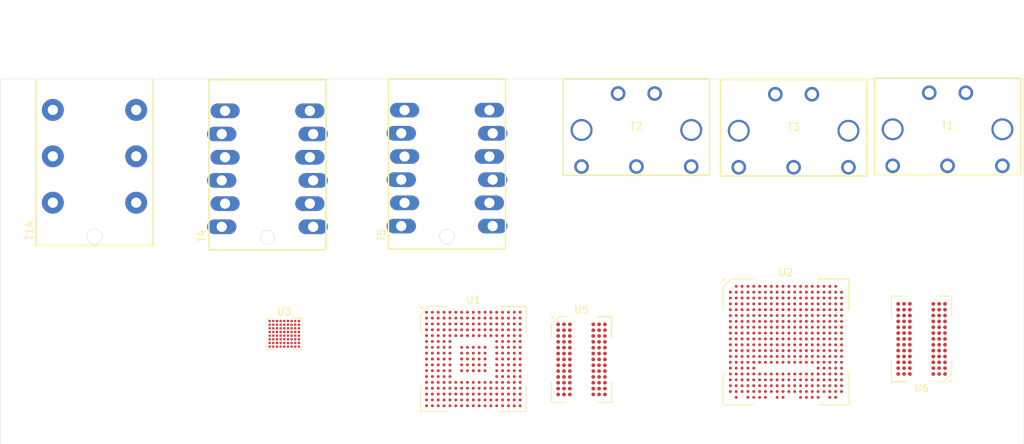
<source format=kicad_pcb>
(kicad_pcb (version 20221018) (generator pcbnew)
  (layers (0 "F.Cu" signal) (31 "B.Cu" signal) (34 "B.Paste" user) (35 "F.Paste" user) (36 "B.SilkS" user "B.Silkscreen") (37 "F.SilkS" user "F.Silkscreen") (38 "B.Mask" user) (39 "F.Mask" user) (44 "Edge.Cuts" user))
  (net 0 "")
  (net 1 "Net-(T1-Pad5)")
  (net 2 "Net-(T1-Pad4)")
  (net 3 "Net-(T1-Pad2)")
  (net 4 "Net-(T1-Pad3)")
  (net 5 "Net-(T1-Pad1)")
  (net 6 "Net-(T2-Pad5)")
  (net 7 "Net-(T2-Pad4)")
  (net 8 "Net-(T2-Pad2)")
  (net 9 "Net-(T2-Pad3)")
  (net 10 "Net-(T2-Pad1)")
  (net 11 "Net-(T3-Pad5)")
  (net 12 "Net-(T3-Pad4)")
  (net 13 "Net-(T3-Pad2)")
  (net 14 "Net-(T3-Pad3)")
  (net 15 "Net-(T3-Pad1)")
  (net 16 "Net-(T14-Pad6)")
  (net 17 "Net-(T14-Pad5)")
  (net 18 "Net-(T14-Pad4)")
  (net 19 "Net-(T14-Pad3)")
  (net 20 "Net-(T14-Pad2)")
  (net 21 "Net-(T14-Pad1)")
  (net 22 "Net-(U1-PadU17)")
  (net 23 "Net-(U1-PadT17)")
  (net 24 "Net-(U1-PadR17)")
  (net 25 "Net-(U1-PadP17)")
  (net 26 "Net-(U1-PadN17)")
  (net 27 "Net-(U1-PadM17)")
  (net 28 "Net-(U1-PadL17)")
  (net 29 "Net-(U1-PadK17)")
  (net 30 "Net-(U1-PadJ17)")
  (net 31 "Net-(U1-PadH17)")
  (net 32 "Net-(U1-PadG17)")
  (net 33 "Net-(U1-PadF17)")
  (net 34 "Net-(U1-PadE17)")
  (net 35 "Net-(U1-PadD17)")
  (net 36 "Net-(U1-PadC17)")
  (net 37 "Net-(U1-PadB17)")
  (net 38 "Net-(U1-PadA17)")
  (net 39 "Net-(U1-PadU16)")
  (net 40 "Net-(U1-PadT16)")
  (net 41 "Net-(U1-PadR16)")
  (net 42 "Net-(U1-PadP16)")
  (net 43 "Net-(U1-PadN16)")
  (net 44 "Net-(U1-PadM16)")
  (net 45 "Net-(U1-PadL16)")
  (net 46 "Net-(U1-PadK16)")
  (net 47 "Net-(U1-PadJ16)")
  (net 48 "Net-(U1-PadH16)")
  (net 49 "Net-(U1-PadG16)")
  (net 50 "Net-(U1-PadF16)")
  (net 51 "Net-(U1-PadE16)")
  (net 52 "Net-(U1-PadD16)")
  (net 53 "Net-(U1-PadC16)")
  (net 54 "Net-(U1-PadB16)")
  (net 55 "Net-(U1-PadA16)")
  (net 56 "Net-(U1-PadU15)")
  (net 57 "Net-(U1-PadT15)")
  (net 58 "Net-(U1-PadR15)")
  (net 59 "Net-(U1-PadP15)")
  (net 60 "Net-(U1-PadN15)")
  (net 61 "Net-(U1-PadM15)")
  (net 62 "Net-(U1-PadL15)")
  (net 63 "Net-(U1-PadK15)")
  (net 64 "Net-(U1-PadJ15)")
  (net 65 "Net-(U1-PadH15)")
  (net 66 "Net-(U1-PadG15)")
  (net 67 "Net-(U1-PadF15)")
  (net 68 "Net-(U1-PadE15)")
  (net 69 "Net-(U1-PadD15)")
  (net 70 "Net-(U1-PadC15)")
  (net 71 "Net-(U1-PadB15)")
  (net 72 "Net-(U1-PadA15)")
  (net 73 "Net-(U1-PadU14)")
  (net 74 "Net-(U1-PadT14)")
  (net 75 "Net-(U1-PadR14)")
  (net 76 "Net-(U1-PadP14)")
  (net 77 "Net-(U1-PadN14)")
  (net 78 "Net-(U1-PadM14)")
  (net 79 "Net-(U1-PadL14)")
  (net 80 "Net-(U1-PadK14)")
  (net 81 "Net-(U1-PadJ14)")
  (net 82 "Net-(U1-PadH14)")
  (net 83 "Net-(U1-PadG14)")
  (net 84 "Net-(U1-PadF14)")
  (net 85 "Net-(U1-PadE14)")
  (net 86 "Net-(U1-PadD14)")
  (net 87 "Net-(U1-PadC14)")
  (net 88 "Net-(U1-PadB14)")
  (net 89 "Net-(U1-PadA14)")
  (net 90 "Net-(U1-PadU13)")
  (net 91 "Net-(U1-PadT13)")
  (net 92 "Net-(U1-PadR13)")
  (net 93 "Net-(U1-PadP13)")
  (net 94 "Net-(U1-PadN13)")
  (net 95 "Net-(U1-PadM13)")
  (net 96 "Net-(U1-PadL13)")
  (net 97 "Net-(U1-PadK13)")
  (net 98 "Net-(U1-PadJ13)")
  (net 99 "Net-(U1-PadH13)")
  (net 100 "Net-(U1-PadG13)")
  (net 101 "Net-(U1-PadF13)")
  (net 102 "Net-(U1-PadE13)")
  (net 103 "Net-(U1-PadD13)")
  (net 104 "Net-(U1-PadC13)")
  (net 105 "Net-(U1-PadB13)")
  (net 106 "Net-(U1-PadA13)")
  (net 107 "Net-(U1-PadU12)")
  (net 108 "Net-(U1-PadT12)")
  (net 109 "Net-(U1-PadR12)")
  (net 110 "Net-(U1-PadP12)")
  (net 111 "Net-(U1-PadN12)")
  (net 112 "Net-(U1-PadE12)")
  (net 113 "Net-(U1-PadD12)")
  (net 114 "Net-(U1-PadC12)")
  (net 115 "Net-(U1-PadB12)")
  (net 116 "Net-(U1-PadA12)")
  (net 117 "Net-(U1-PadU11)")
  (net 118 "Net-(U1-PadT11)")
  (net 119 "Net-(U1-PadR11)")
  (net 120 "Net-(U1-PadP11)")
  (net 121 "Net-(U1-PadN11)")
  (net 122 "Net-(U1-PadL11)")
  (net 123 "Net-(U1-PadK11)")
  (net 124 "Net-(U1-PadJ11)")
  (net 125 "Net-(U1-PadH11)")
  (net 126 "Net-(U1-PadG11)")
  (net 127 "Net-(U1-PadE11)")
  (net 128 "Net-(U1-PadD11)")
  (net 129 "Net-(U1-PadC11)")
  (net 130 "Net-(U1-PadB11)")
  (net 131 "Net-(U1-PadA11)")
  (net 132 "Net-(U1-PadU10)")
  (net 133 "Net-(U1-PadT10)")
  (net 134 "Net-(U1-PadR10)")
  (net 135 "Net-(U1-PadP10)")
  (net 136 "Net-(U1-PadN10)")
  (net 137 "Net-(U1-PadL10)")
  (net 138 "Net-(U1-PadK10)")
  (net 139 "Net-(U1-PadJ10)")
  (net 140 "Net-(U1-PadH10)")
  (net 141 "Net-(U1-PadG10)")
  (net 142 "Net-(U1-PadE10)")
  (net 143 "Net-(U1-PadD10)")
  (net 144 "Net-(U1-PadC10)")
  (net 145 "Net-(U1-PadB10)")
  (net 146 "Net-(U1-PadA10)")
  (net 147 "Net-(U1-PadU9)")
  (net 148 "Net-(U1-PadT9)")
  (net 149 "Net-(U1-PadR9)")
  (net 150 "Net-(U1-PadP9)")
  (net 151 "Net-(U1-PadN9)")
  (net 152 "Net-(U1-PadL9)")
  (net 153 "Net-(U1-PadK9)")
  (net 154 "Net-(U1-PadJ9)")
  (net 155 "Net-(U1-PadG9)")
  (net 156 "Net-(U1-PadE9)")
  (net 157 "Net-(U1-PadD9)")
  (net 158 "Net-(U1-PadC9)")
  (net 159 "Net-(U1-PadB9)")
  (net 160 "Net-(U1-PadA9)")
  (net 161 "Net-(U1-PadU8)")
  (net 162 "Net-(U1-PadT8)")
  (net 163 "Net-(U1-PadR8)")
  (net 164 "Net-(U1-PadP8)")
  (net 165 "Net-(U1-PadN8)")
  (net 166 "Net-(U1-PadL8)")
  (net 167 "Net-(U1-PadK8)")
  (net 168 "Net-(U1-PadJ8)")
  (net 169 "Net-(U1-PadH8)")
  (net 170 "Net-(U1-PadG8)")
  (net 171 "Net-(U1-PadE8)")
  (net 172 "Net-(U1-PadD8)")
  (net 173 "Net-(U1-PadC8)")
  (net 174 "Net-(U1-PadB8)")
  (net 175 "Net-(U1-PadA8)")
  (net 176 "Net-(U1-PadU7)")
  (net 177 "Net-(U1-PadT7)")
  (net 178 "Net-(U1-PadR7)")
  (net 179 "Net-(U1-PadP7)")
  (net 180 "Net-(U1-PadN7)")
  (net 181 "Net-(U1-PadL7)")
  (net 182 "Net-(U1-PadK7)")
  (net 183 "Net-(U1-PadJ7)")
  (net 184 "Net-(U1-PadH7)")
  (net 185 "Net-(U1-PadG7)")
  (net 186 "Net-(U1-PadE7)")
  (net 187 "Net-(U1-PadD7)")
  (net 188 "Net-(U1-PadC7)")
  (net 189 "Net-(U1-PadB7)")
  (net 190 "Net-(U1-PadA7)")
  (net 191 "Net-(U1-PadU6)")
  (net 192 "Net-(U1-PadT6)")
  (net 193 "Net-(U1-PadR6)")
  (net 194 "Net-(U1-PadP6)")
  (net 195 "Net-(U1-PadN6)")
  (net 196 "Net-(U1-PadE6)")
  (net 197 "Net-(U1-PadD6)")
  (net 198 "Net-(U1-PadC6)")
  (net 199 "Net-(U1-PadB6)")
  (net 200 "Net-(U1-PadA6)")
  (net 201 "Net-(U1-PadU5)")
  (net 202 "Net-(U1-PadT5)")
  (net 203 "Net-(U1-PadR5)")
  (net 204 "Net-(U1-PadP5)")
  (net 205 "Net-(U1-PadN5)")
  (net 206 "Net-(U1-PadM5)")
  (net 207 "Net-(U1-PadL5)")
  (net 208 "Net-(U1-PadK5)")
  (net 209 "Net-(U1-PadJ5)")
  (net 210 "Net-(U1-PadH5)")
  (net 211 "Net-(U1-PadG5)")
  (net 212 "Net-(U1-PadF5)")
  (net 213 "Net-(U1-PadE5)")
  (net 214 "Net-(U1-PadD5)")
  (net 215 "Net-(U1-PadC5)")
  (net 216 "Net-(U1-PadB5)")
  (net 217 "Net-(U1-PadA5)")
  (net 218 "Net-(U1-PadU4)")
  (net 219 "Net-(U1-PadT4)")
  (net 220 "Net-(U1-PadR4)")
  (net 221 "Net-(U1-PadP4)")
  (net 222 "Net-(U1-PadN4)")
  (net 223 "Net-(U1-PadM4)")
  (net 224 "Net-(U1-PadL4)")
  (net 225 "Net-(U1-PadK4)")
  (net 226 "Net-(U1-PadJ4)")
  (net 227 "Net-(U1-PadH4)")
  (net 228 "Net-(U1-PadG4)")
  (net 229 "Net-(U1-PadF4)")
  (net 230 "Net-(U1-PadE4)")
  (net 231 "Net-(U1-PadD4)")
  (net 232 "Net-(U1-PadC4)")
  (net 233 "Net-(U1-PadB4)")
  (net 234 "Net-(U1-PadA4)")
  (net 235 "Net-(U1-PadU3)")
  (net 236 "Net-(U1-PadT3)")
  (net 237 "Net-(U1-PadR3)")
  (net 238 "Net-(U1-PadP3)")
  (net 239 "Net-(U1-PadN3)")
  (net 240 "Net-(U1-PadM3)")
  (net 241 "Net-(U1-PadL3)")
  (net 242 "Net-(U1-PadK3)")
  (net 243 "Net-(U1-PadJ3)")
  (net 244 "Net-(U1-PadH3)")
  (net 245 "Net-(U1-PadG3)")
  (net 246 "Net-(U1-PadF3)")
  (net 247 "Net-(U1-PadE3)")
  (net 248 "Net-(U1-PadD3)")
  (net 249 "Net-(U1-PadC3)")
  (net 250 "Net-(U1-PadB3)")
  (net 251 "Net-(U1-PadA3)")
  (net 252 "Net-(U1-PadU2)")
  (net 253 "Net-(U1-PadT2)")
  (net 254 "Net-(U1-PadR2)")
  (net 255 "Net-(U1-PadP2)")
  (net 256 "Net-(U1-PadN2)")
  (net 257 "Net-(U1-PadM2)")
  (net 258 "Net-(U1-PadL2)")
  (net 259 "Net-(U1-PadK2)")
  (net 260 "Net-(U1-PadJ2)")
  (net 261 "Net-(U1-PadH2)")
  (net 262 "Net-(U1-PadG2)")
  (net 263 "Net-(U1-PadF2)")
  (net 264 "Net-(U1-PadE2)")
  (net 265 "Net-(U1-PadD2)")
  (net 266 "Net-(U1-PadC2)")
  (net 267 "Net-(U1-PadB2)")
  (net 268 "Net-(U1-PadA2)")
  (net 269 "Net-(U1-PadU1)")
  (net 270 "Net-(U1-PadT1)")
  (net 271 "Net-(U1-PadR1)")
  (net 272 "Net-(U1-PadP1)")
  (net 273 "Net-(U1-PadN1)")
  (net 274 "Net-(U1-PadM1)")
  (net 275 "Net-(U1-PadL1)")
  (net 276 "Net-(U1-PadK1)")
  (net 277 "Net-(U1-PadJ1)")
  (net 278 "Net-(U1-PadH1)")
  (net 279 "Net-(U1-PadG1)")
  (net 280 "Net-(U1-PadF1)")
  (net 281 "Net-(U1-PadE1)")
  (net 282 "Net-(U1-PadD1)")
  (net 283 "Net-(U1-PadC1)")
  (net 284 "Net-(U1-PadB1)")
  (net 285 "Net-(U1-PadA1)")
  (net 286 "Net-(U2-PadW20)")
  (net 287 "Net-(U2-PadV20)")
  (net 288 "Net-(U2-PadU20)")
  (net 289 "Net-(U2-PadT20)")
  (net 290 "Net-(U2-PadR20)")
  (net 291 "Net-(U2-PadP20)")
  (net 292 "Net-(U2-PadN20)")
  (net 293 "Net-(U2-PadM20)")
  (net 294 "Net-(U2-PadL20)")
  (net 295 "Net-(U2-PadK20)")
  (net 296 "Net-(U2-PadJ20)")
  (net 297 "Net-(U2-PadH20)")
  (net 298 "Net-(U2-PadG20)")
  (net 299 "Net-(U2-PadF20)")
  (net 300 "Net-(U2-PadE20)")
  (net 301 "Net-(U2-PadD20)")
  (net 302 "Net-(U2-PadC20)")
  (net 303 "Net-(U2-PadB20)")
  (net 304 "Net-(U2-PadY19)")
  (net 305 "Net-(U2-PadW19)")
  (net 306 "Net-(U2-PadV19)")
  (net 307 "Net-(U2-PadU19)")
  (net 308 "Net-(U2-PadT19)")
  (net 309 "Net-(U2-PadR19)")
  (net 310 "Net-(U2-PadP19)")
  (net 311 "Net-(U2-PadN19)")
  (net 312 "Net-(U2-PadM19)")
  (net 313 "Net-(U2-PadL19)")
  (net 314 "Net-(U2-PadK19)")
  (net 315 "Net-(U2-PadJ19)")
  (net 316 "Net-(U2-PadH19)")
  (net 317 "Net-(U2-PadG19)")
  (net 318 "Net-(U2-PadF19)")
  (net 319 "Net-(U2-PadE19)")
  (net 320 "Net-(U2-PadD19)")
  (net 321 "Net-(U2-PadC19)")
  (net 322 "Net-(U2-PadB19)")
  (net 323 "Net-(U2-PadA19)")
  (net 324 "Net-(U2-PadW18)")
  (net 325 "Net-(U2-PadV18)")
  (net 326 "Net-(U2-PadU18)")
  (net 327 "Net-(U2-PadT18)")
  (net 328 "Net-(U2-PadR18)")
  (net 329 "Net-(U2-PadP18)")
  (net 330 "Net-(U2-PadN18)")
  (net 331 "Net-(U2-PadM18)")
  (net 332 "Net-(U2-PadL18)")
  (net 333 "Net-(U2-PadK18)")
  (net 334 "Net-(U2-PadJ18)")
  (net 335 "Net-(U2-PadH18)")
  (net 336 "Net-(U2-PadG18)")
  (net 337 "Net-(U2-PadF18)")
  (net 338 "Net-(U2-PadE18)")
  (net 339 "Net-(U2-PadD18)")
  (net 340 "Net-(U2-PadC18)")
  (net 341 "Net-(U2-PadB18)")
  (net 342 "Net-(U2-PadA18)")
  (net 343 "Net-(U2-PadW17)")
  (net 344 "Net-(U2-PadV17)")
  (net 345 "Net-(U2-PadU17)")
  (net 346 "Net-(U2-PadT17)")
  (net 347 "Net-(U2-PadR17)")
  (net 348 "Net-(U2-PadP17)")
  (net 349 "Net-(U2-PadN17)")
  (net 350 "Net-(U2-PadM17)")
  (net 351 "Net-(U2-PadL17)")
  (net 352 "Net-(U2-PadK17)")
  (net 353 "Net-(U2-PadJ17)")
  (net 354 "Net-(U2-PadH17)")
  (net 355 "Net-(U2-PadG17)")
  (net 356 "Net-(U2-PadF17)")
  (net 357 "Net-(U2-PadE17)")
  (net 358 "Net-(U2-PadD17)")
  (net 359 "Net-(U2-PadC17)")
  (net 360 "Net-(U2-PadB17)")
  (net 361 "Net-(U2-PadA17)")
  (net 362 "Net-(U2-PadY16)")
  (net 363 "Net-(U2-PadW16)")
  (net 364 "Net-(U2-PadV16)")
  (net 365 "Net-(U2-PadU16)")
  (net 366 "Net-(U2-PadT16)")
  (net 367 "Net-(U2-PadR16)")
  (net 368 "Net-(U2-PadP16)")
  (net 369 "Net-(U2-PadN16)")
  (net 370 "Net-(U2-PadM16)")
  (net 371 "Net-(U2-PadL16)")
  (net 372 "Net-(U2-PadK16)")
  (net 373 "Net-(U2-PadJ16)")
  (net 374 "Net-(U2-PadH16)")
  (net 375 "Net-(U2-PadG16)")
  (net 376 "Net-(U2-PadF16)")
  (net 377 "Net-(U2-PadE16)")
  (net 378 "Net-(U2-PadD16)")
  (net 379 "Net-(U2-PadC16)")
  (net 380 "Net-(U2-PadB16)")
  (net 381 "Net-(U2-PadA16)")
  (net 382 "Net-(U2-PadY15)")
  (net 383 "Net-(U2-PadW15)")
  (net 384 "Net-(U2-PadV15)")
  (net 385 "Net-(U2-PadU15)")
  (net 386 "Net-(U2-PadT15)")
  (net 387 "Net-(U2-PadP15)")
  (net 388 "Net-(U2-PadN15)")
  (net 389 "Net-(U2-PadM15)")
  (net 390 "Net-(U2-PadL15)")
  (net 391 "Net-(U2-PadK15)")
  (net 392 "Net-(U2-PadJ15)")
  (net 393 "Net-(U2-PadH15)")
  (net 394 "Net-(U2-PadG15)")
  (net 395 "Net-(U2-PadF15)")
  (net 396 "Net-(U2-PadE15)")
  (net 397 "Net-(U2-PadD15)")
  (net 398 "Net-(U2-PadC15)")
  (net 399 "Net-(U2-PadB15)")
  (net 400 "Net-(U2-PadA15)")
  (net 401 "Net-(U2-PadY14)")
  (net 402 "Net-(U2-PadW14)")
  (net 403 "Net-(U2-PadV14)")
  (net 404 "Net-(U2-PadU14)")
  (net 405 "Net-(U2-PadT14)")
  (net 406 "Net-(U2-PadP14)")
  (net 407 "Net-(U2-PadN14)")
  (net 408 "Net-(U2-PadM14)")
  (net 409 "Net-(U2-PadL14)")
  (net 410 "Net-(U2-PadK14)")
  (net 411 "Net-(U2-PadJ14)")
  (net 412 "Net-(U2-PadH14)")
  (net 413 "Net-(U2-PadG14)")
  (net 414 "Net-(U2-PadF14)")
  (net 415 "Net-(U2-PadE14)")
  (net 416 "Net-(U2-PadD14)")
  (net 417 "Net-(U2-PadC14)")
  (net 418 "Net-(U2-PadB14)")
  (net 419 "Net-(U2-PadA14)")
  (net 420 "Net-(U2-PadW13)")
  (net 421 "Net-(U2-PadV13)")
  (net 422 "Net-(U2-PadU13)")
  (net 423 "Net-(U2-PadT13)")
  (net 424 "Net-(U2-PadP13)")
  (net 425 "Net-(U2-PadN13)")
  (net 426 "Net-(U2-PadM13)")
  (net 427 "Net-(U2-PadL13)")
  (net 428 "Net-(U2-PadK13)")
  (net 429 "Net-(U2-PadJ13)")
  (net 430 "Net-(U2-PadH13)")
  (net 431 "Net-(U2-PadG13)")
  (net 432 "Net-(U2-PadF13)")
  (net 433 "Net-(U2-PadE13)")
  (net 434 "Net-(U2-PadD13)")
  (net 435 "Net-(U2-PadC13)")
  (net 436 "Net-(U2-PadB13)")
  (net 437 "Net-(U2-PadA13)")
  (net 438 "Net-(U2-PadW12)")
  (net 439 "Net-(U2-PadV12)")
  (net 440 "Net-(U2-PadU12)")
  (net 441 "Net-(U2-PadT12)")
  (net 442 "Net-(U2-PadP12)")
  (net 443 "Net-(U2-PadN12)")
  (net 444 "Net-(U2-PadM12)")
  (net 445 "Net-(U2-PadL12)")
  (net 446 "Net-(U2-PadK12)")
  (net 447 "Net-(U2-PadJ12)")
  (net 448 "Net-(U2-PadH12)")
  (net 449 "Net-(U2-PadG12)")
  (net 450 "Net-(U2-PadF12)")
  (net 451 "Net-(U2-PadE12)")
  (net 452 "Net-(U2-PadD12)")
  (net 453 "Net-(U2-PadC12)")
  (net 454 "Net-(U2-PadB12)")
  (net 455 "Net-(U2-PadA12)")
  (net 456 "Net-(U2-PadW11)")
  (net 457 "Net-(U2-PadV11)")
  (net 458 "Net-(U2-PadU11)")
  (net 459 "Net-(U2-PadT11)")
  (net 460 "Net-(U2-PadP11)")
  (net 461 "Net-(U2-PadN11)")
  (net 462 "Net-(U2-PadM11)")
  (net 463 "Net-(U2-PadL11)")
  (net 464 "Net-(U2-PadK11)")
  (net 465 "Net-(U2-PadJ11)")
  (net 466 "Net-(U2-PadH11)")
  (net 467 "Net-(U2-PadG11)")
  (net 468 "Net-(U2-PadF11)")
  (net 469 "Net-(U2-PadE11)")
  (net 470 "Net-(U2-PadD11)")
  (net 471 "Net-(U2-PadC11)")
  (net 472 "Net-(U2-PadB11)")
  (net 473 "Net-(U2-PadA11)")
  (net 474 "Net-(U2-PadW10)")
  (net 475 "Net-(U2-PadV10)")
  (net 476 "Net-(U2-PadU10)")
  (net 477 "Net-(U2-PadT10)")
  (net 478 "Net-(U2-PadP10)")
  (net 479 "Net-(U2-PadN10)")
  (net 480 "Net-(U2-PadM10)")
  (net 481 "Net-(U2-PadL10)")
  (net 482 "Net-(U2-PadK10)")
  (net 483 "Net-(U2-PadJ10)")
  (net 484 "Net-(U2-PadH10)")
  (net 485 "Net-(U2-PadG10)")
  (net 486 "Net-(U2-PadF10)")
  (net 487 "Net-(U2-PadE10)")
  (net 488 "Net-(U2-PadD10)")
  (net 489 "Net-(U2-PadC10)")
  (net 490 "Net-(U2-PadB10)")
  (net 491 "Net-(U2-PadA10)")
  (net 492 "Net-(U2-PadW9)")
  (net 493 "Net-(U2-PadV9)")
  (net 494 "Net-(U2-PadU9)")
  (net 495 "Net-(U2-PadT9)")
  (net 496 "Net-(U2-PadP9)")
  (net 497 "Net-(U2-PadN9)")
  (net 498 "Net-(U2-PadM9)")
  (net 499 "Net-(U2-PadL9)")
  (net 500 "Net-(U2-PadK9)")
  (net 501 "Net-(U2-PadJ9)")
  (net 502 "Net-(U2-PadH9)")
  (net 503 "Net-(U2-PadG9)")
  (net 504 "Net-(U2-PadF9)")
  (net 505 "Net-(U2-PadE9)")
  (net 506 "Net-(U2-PadD9)")
  (net 507 "Net-(U2-PadC9)")
  (net 508 "Net-(U2-PadB9)")
  (net 509 "Net-(U2-PadA9)")
  (net 510 "Net-(U2-PadW8)")
  (net 511 "Net-(U2-PadV8)")
  (net 512 "Net-(U2-PadU8)")
  (net 513 "Net-(U2-PadT8)")
  (net 514 "Net-(U2-PadP8)")
  (net 515 "Net-(U2-PadN8)")
  (net 516 "Net-(U2-PadM8)")
  (net 517 "Net-(U2-PadL8)")
  (net 518 "Net-(U2-PadK8)")
  (net 519 "Net-(U2-PadJ8)")
  (net 520 "Net-(U2-PadH8)")
  (net 521 "Net-(U2-PadG8)")
  (net 522 "Net-(U2-PadF8)")
  (net 523 "Net-(U2-PadE8)")
  (net 524 "Net-(U2-PadD8)")
  (net 525 "Net-(U2-PadC8)")
  (net 526 "Net-(U2-PadB8)")
  (net 527 "Net-(U2-PadA8)")
  (net 528 "Net-(U2-PadY7)")
  (net 529 "Net-(U2-PadW7)")
  (net 530 "Net-(U2-PadV7)")
  (net 531 "Net-(U2-PadU7)")
  (net 532 "Net-(U2-PadT7)")
  (net 533 "Net-(U2-PadP7)")
  (net 534 "Net-(U2-PadN7)")
  (net 535 "Net-(U2-PadM7)")
  (net 536 "Net-(U2-PadL7)")
  (net 537 "Net-(U2-PadK7)")
  (net 538 "Net-(U2-PadJ7)")
  (net 539 "Net-(U2-PadH7)")
  (net 540 "Net-(U2-PadG7)")
  (net 541 "Net-(U2-PadF7)")
  (net 542 "Net-(U2-PadE7)")
  (net 543 "Net-(U2-PadD7)")
  (net 544 "Net-(U2-PadC7)")
  (net 545 "Net-(U2-PadB7)")
  (net 546 "Net-(U2-PadA7)")
  (net 547 "Net-(U2-PadY6)")
  (net 548 "Net-(U2-PadW6)")
  (net 549 "Net-(U2-PadV6)")
  (net 550 "Net-(U2-PadU6)")
  (net 551 "Net-(U2-PadT6)")
  (net 552 "Net-(U2-PadP6)")
  (net 553 "Net-(U2-PadN6)")
  (net 554 "Net-(U2-PadM6)")
  (net 555 "Net-(U2-PadL6)")
  (net 556 "Net-(U2-PadK6)")
  (net 557 "Net-(U2-PadJ6)")
  (net 558 "Net-(U2-PadH6)")
  (net 559 "Net-(U2-PadG6)")
  (net 560 "Net-(U2-PadF6)")
  (net 561 "Net-(U2-PadE6)")
  (net 562 "Net-(U2-PadD6)")
  (net 563 "Net-(U2-PadC6)")
  (net 564 "Net-(U2-PadB6)")
  (net 565 "Net-(U2-PadA6)")
  (net 566 "Net-(U2-PadY5)")
  (net 567 "Net-(U2-PadW5)")
  (net 568 "Net-(U2-PadV5)")
  (net 569 "Net-(U2-PadU5)")
  (net 570 "Net-(U2-PadT5)")
  (net 571 "Net-(U2-PadR5)")
  (net 572 "Net-(U2-PadP5)")
  (net 573 "Net-(U2-PadN5)")
  (net 574 "Net-(U2-PadM5)")
  (net 575 "Net-(U2-PadL5)")
  (net 576 "Net-(U2-PadK5)")
  (net 577 "Net-(U2-PadJ5)")
  (net 578 "Net-(U2-PadH5)")
  (net 579 "Net-(U2-PadG5)")
  (net 580 "Net-(U2-PadF5)")
  (net 581 "Net-(U2-PadE5)")
  (net 582 "Net-(U2-PadD5)")
  (net 583 "Net-(U2-PadC5)")
  (net 584 "Net-(U2-PadB5)")
  (net 585 "Net-(U2-PadA5)")
  (net 586 "Net-(U2-PadW4)")
  (net 587 "Net-(U2-PadV4)")
  (net 588 "Net-(U2-PadU4)")
  (net 589 "Net-(U2-PadT4)")
  (net 590 "Net-(U2-PadR4)")
  (net 591 "Net-(U2-PadP4)")
  (net 592 "Net-(U2-PadN4)")
  (net 593 "Net-(U2-PadM4)")
  (net 594 "Net-(U2-PadL4)")
  (net 595 "Net-(U2-PadK4)")
  (net 596 "Net-(U2-PadJ4)")
  (net 597 "Net-(U2-PadH4)")
  (net 598 "Net-(U2-PadG4)")
  (net 599 "Net-(U2-PadF4)")
  (net 600 "Net-(U2-PadE4)")
  (net 601 "Net-(U2-PadD4)")
  (net 602 "Net-(U2-PadC4)")
  (net 603 "Net-(U2-PadB4)")
  (net 604 "Net-(U2-PadA4)")
  (net 605 "Net-(U2-PadW3)")
  (net 606 "Net-(U2-PadV3)")
  (net 607 "Net-(U2-PadU3)")
  (net 608 "Net-(U2-PadT3)")
  (net 609 "Net-(U2-PadR3)")
  (net 610 "Net-(U2-PadP3)")
  (net 611 "Net-(U2-PadN3)")
  (net 612 "Net-(U2-PadM3)")
  (net 613 "Net-(U2-PadL3)")
  (net 614 "Net-(U2-PadK3)")
  (net 615 "Net-(U2-PadJ3)")
  (net 616 "Net-(U2-PadH3)")
  (net 617 "Net-(U2-PadG3)")
  (net 618 "Net-(U2-PadF3)")
  (net 619 "Net-(U2-PadE3)")
  (net 620 "Net-(U2-PadD3)")
  (net 621 "Net-(U2-PadC3)")
  (net 622 "Net-(U2-PadB3)")
  (net 623 "Net-(U2-PadA3)")
  (net 624 "Net-(U2-PadY2)")
  (net 625 "Net-(U2-PadW2)")
  (net 626 "Net-(U2-PadV2)")
  (net 627 "Net-(U2-PadU2)")
  (net 628 "Net-(U2-PadT2)")
  (net 629 "Net-(U2-PadR2)")
  (net 630 "Net-(U2-PadP2)")
  (net 631 "Net-(U2-PadN2)")
  (net 632 "Net-(U2-PadM2)")
  (net 633 "Net-(U2-PadL2)")
  (net 634 "Net-(U2-PadK2)")
  (net 635 "Net-(U2-PadJ2)")
  (net 636 "Net-(U2-PadH2)")
  (net 637 "Net-(U2-PadG2)")
  (net 638 "Net-(U2-PadF2)")
  (net 639 "Net-(U2-PadE2)")
  (net 640 "Net-(U2-PadD2)")
  (net 641 "Net-(U2-PadC2)")
  (net 642 "Net-(U2-PadB2)")
  (net 643 "Net-(U2-PadA2)")
  (net 644 "Net-(U2-PadW1)")
  (net 645 "Net-(U2-PadV1)")
  (net 646 "Net-(U2-PadU1)")
  (net 647 "Net-(U2-PadT1)")
  (net 648 "Net-(U2-PadR1)")
  (net 649 "Net-(U2-PadP1)")
  (net 650 "Net-(U2-PadN1)")
  (net 651 "Net-(U2-PadM1)")
  (net 652 "Net-(U2-PadL1)")
  (net 653 "Net-(U2-PadK1)")
  (net 654 "Net-(U2-PadJ1)")
  (net 655 "Net-(U2-PadH1)")
  (net 656 "Net-(U2-PadG1)")
  (net 657 "Net-(U2-PadF1)")
  (net 658 "Net-(U2-PadE1)")
  (net 659 "Net-(U2-PadD1)")
  (net 660 "Net-(U2-PadC1)")
  (net 661 "Net-(U2-PadB1)")
  (net 662 "Net-(U3-PadH9)")
  (net 663 "Net-(U3-PadG9)")
  (net 664 "Net-(U3-PadF9)")
  (net 665 "Net-(U3-PadE9)")
  (net 666 "Net-(U3-PadD9)")
  (net 667 "Net-(U3-PadC9)")
  (net 668 "Net-(U3-PadB9)")
  (net 669 "Net-(U3-PadA9)")
  (net 670 "Net-(U3-PadH8)")
  (net 671 "Net-(U3-PadG8)")
  (net 672 "Net-(U3-PadF8)")
  (net 673 "Net-(U3-PadE8)")
  (net 674 "Net-(U3-PadD8)")
  (net 675 "Net-(U3-PadC8)")
  (net 676 "Net-(U3-PadB8)")
  (net 677 "Net-(U3-PadA8)")
  (net 678 "Net-(U3-PadH7)")
  (net 679 "Net-(U3-PadG7)")
  (net 680 "Net-(U3-PadF7)")
  (net 681 "Net-(U3-PadE7)")
  (net 682 "Net-(U3-PadD7)")
  (net 683 "Net-(U3-PadC7)")
  (net 684 "Net-(U3-PadB7)")
  (net 685 "Net-(U3-PadA7)")
  (net 686 "Net-(U3-PadH6)")
  (net 687 "Net-(U3-PadG6)")
  (net 688 "Net-(U3-PadF6)")
  (net 689 "Net-(U3-PadE6)")
  (net 690 "Net-(U3-PadD6)")
  (net 691 "Net-(U3-PadC6)")
  (net 692 "Net-(U3-PadB6)")
  (net 693 "Net-(U3-PadA6)")
  (net 694 "Net-(U3-PadH5)")
  (net 695 "Net-(U3-PadG5)")
  (net 696 "Net-(U3-PadF5)")
  (net 697 "Net-(U3-PadE5)")
  (net 698 "Net-(U3-PadD5)")
  (net 699 "Net-(U3-PadB5)")
  (net 700 "Net-(U3-PadA5)")
  (net 701 "Net-(U3-PadH4)")
  (net 702 "Net-(U3-PadG4)")
  (net 703 "Net-(U3-PadF4)")
  (net 704 "Net-(U3-PadE4)")
  (net 705 "Net-(U3-PadD4)")
  (net 706 "Net-(U3-PadC4)")
  (net 707 "Net-(U3-PadB4)")
  (net 708 "Net-(U3-PadA4)")
  (net 709 "Net-(U3-PadH3)")
  (net 710 "Net-(U3-PadG3)")
  (net 711 "Net-(U3-PadF3)")
  (net 712 "Net-(U3-PadE3)")
  (net 713 "Net-(U3-PadD3)")
  (net 714 "Net-(U3-PadC3)")
  (net 715 "Net-(U3-PadB3)")
  (net 716 "Net-(U3-PadA3)")
  (net 717 "Net-(U3-PadH2)")
  (net 718 "Net-(U3-PadG2)")
  (net 719 "Net-(U3-PadF2)")
  (net 720 "Net-(U3-PadE2)")
  (net 721 "Net-(U3-PadD2)")
  (net 722 "Net-(U3-PadC2)")
  (net 723 "Net-(U3-PadB2)")
  (net 724 "Net-(U3-PadA2)")
  (net 725 "Net-(U3-PadH1)")
  (net 726 "Net-(U3-PadG1)")
  (net 727 "Net-(U3-PadF1)")
  (net 728 "Net-(U3-PadE1)")
  (net 729 "Net-(U3-PadD1)")
  (net 730 "Net-(U3-PadC1)")
  (net 731 "Net-(U3-PadB1)")
  (net 732 "Net-(U3-PadA1)")
  (net 733 "Net-(U5-PadK9)")
  (net 734 "Net-(U5-PadA9)")
  (net 735 "Net-(U5-PadN8)")
  (net 736 "Net-(U5-PadM8)")
  (net 737 "Net-(U5-PadL8)")
  (net 738 "Net-(U5-PadH8)")
  (net 739 "Net-(U5-PadF8)")
  (net 740 "Net-(U5-PadC8)")
  (net 741 "Net-(U5-PadB8)")
  (net 742 "Net-(U5-PadN7)")
  (net 743 "Net-(U5-PadL7)")
  (net 744 "Net-(U5-PadK7)")
  (net 745 "Net-(U5-PadJ7)")
  (net 746 "Net-(U5-PadH7)")
  (net 747 "Net-(U5-PadF7)")
  (net 748 "Net-(U5-PadE7)")
  (net 749 "Net-(U5-PadD7)")
  (net 750 "Net-(U5-PadC7)")
  (net 751 "Net-(U5-PadB7)")
  (net 752 "Net-(U5-PadA7)")
  (net 753 "Net-(U5-PadN3)")
  (net 754 "Net-(U5-PadM3)")
  (net 755 "Net-(U5-PadL3)")
  (net 756 "Net-(U5-PadK3)")
  (net 757 "Net-(U5-PadJ3)")
  (net 758 "Net-(U5-PadH3)")
  (net 759 "Net-(U5-PadG3)")
  (net 760 "Net-(U5-PadF3)")
  (net 761 "Net-(U5-PadE3)")
  (net 762 "Net-(U5-PadD3)")
  (net 763 "Net-(U5-PadC3)")
  (net 764 "Net-(U5-PadA3)")
  (net 765 "Net-(U5-PadN2)")
  (net 766 "Net-(U5-PadM2)")
  (net 767 "Net-(U5-PadL2)")
  (net 768 "Net-(U5-PadG2)")
  (net 769 "Net-(U5-PadF2)")
  (net 770 "Net-(U5-PadC2)")
  (net 771 "Net-(U5-PadB2)")
  (net 772 "Net-(U5-PadA2)")
  (net 773 "Net-(U5-PadK1)")
  (net 774 "Net-(U5-PadH1)")
  (net 775 "Net-(U5-PadB1)")
  (net 776 "Net-(U5-PadA1)")
  (net 777 "Net-(U6-PadK9)")
  (net 778 "Net-(U6-PadA9)")
  (net 779 "Net-(U6-PadN8)")
  (net 780 "Net-(U6-PadM8)")
  (net 781 "Net-(U6-PadL8)")
  (net 782 "Net-(U6-PadH8)")
  (net 783 "Net-(U6-PadF8)")
  (net 784 "Net-(U6-PadC8)")
  (net 785 "Net-(U6-PadB8)")
  (net 786 "Net-(U6-PadN7)")
  (net 787 "Net-(U6-PadL7)")
  (net 788 "Net-(U6-PadK7)")
  (net 789 "Net-(U6-PadJ7)")
  (net 790 "Net-(U6-PadH7)")
  (net 791 "Net-(U6-PadF7)")
  (net 792 "Net-(U6-PadE7)")
  (net 793 "Net-(U6-PadD7)")
  (net 794 "Net-(U6-PadC7)")
  (net 795 "Net-(U6-PadB7)")
  (net 796 "Net-(U6-PadA7)")
  (net 797 "Net-(U6-PadN3)")
  (net 798 "Net-(U6-PadM3)")
  (net 799 "Net-(U6-PadL3)")
  (net 800 "Net-(U6-PadK3)")
  (net 801 "Net-(U6-PadJ3)")
  (net 802 "Net-(U6-PadH3)")
  (net 803 "Net-(U6-PadG3)")
  (net 804 "Net-(U6-PadF3)")
  (net 805 "Net-(U6-PadE3)")
  (net 806 "Net-(U6-PadD3)")
  (net 807 "Net-(U6-PadC3)")
  (net 808 "Net-(U6-PadA3)")
  (net 809 "Net-(U6-PadN2)")
  (net 810 "Net-(U6-PadM2)")
  (net 811 "Net-(U6-PadL2)")
  (net 812 "Net-(U6-PadG2)")
  (net 813 "Net-(U6-PadF2)")
  (net 814 "Net-(U6-PadC2)")
  (net 815 "Net-(U6-PadB2)")
  (net 816 "Net-(U6-PadA2)")
  (net 817 "Net-(U6-PadK1)")
  (net 818 "Net-(U6-PadH1)")
  (net 819 "Net-(U6-PadB1)")
  (net 820 "Net-(U6-PadA1)")
  (net 821 "Net-(T4-Pad9)")
  (net 822 "Net-(T4-Pad12)")
  (net 823 "Net-(T4-Pad6)")
  (net 824 "Net-(T4-Pad3)")
  (net 825 "Net-(T4-Pad1)")
  (net 826 "Net-(T4-Pad4)")
  (net 827 "Net-(T4-Pad7)")
  (net 828 "Net-(T4-Pad10)")
  (net 829 "Net-(T4-Pad2)")
  (net 830 "Net-(T4-Pad5)")
  (net 831 "Net-(T4-Pad8)")
  (net 832 "Net-(T4-Pad11)")
  (net 833 "Net-(T5-Pad9)")
  (net 834 "Net-(T5-Pad12)")
  (net 835 "Net-(T5-Pad6)")
  (net 836 "Net-(T5-Pad3)")
  (net 837 "Net-(T5-Pad1)")
  (net 838 "Net-(T5-Pad4)")
  (net 839 "Net-(T5-Pad7)")
  (net 840 "Net-(T5-Pad10)")
  (net 841 "Net-(T5-Pad2)")
  (net 842 "Net-(T5-Pad5)")
  (net 843 "Net-(T5-Pad8)")
  (net 844 "Net-(T5-Pad11)")
  (footprint "AVR-KiCAD-Lib-ICs:SDS-50J" (layer "F.Cu") (at 239.55 56.9 180)
    (fp_text reference "T1")
    (fp_text value "SDS-50J")
  )
  (footprint "AVR-KiCAD-Lib-ICs:SDS-50J" (layer "F.Cu") (at 197 57 180)
    (fp_text reference "T2")
    (fp_text value "SDS-50J")
  )
  (footprint "AVR-KiCAD-Lib-ICs:SDS-50J" (layer "F.Cu") (at 218.5 57.1 180)
    (fp_text reference "T3")
    (fp_text value "SDS-50J")
  )
  (footprint "AVR-KiCAD-Lib-ICs:381caBGA_LATTICE" (layer "F.Cu") (at 217.45 86)
    (fp_text reference "U2")
    (fp_text value "ECP5UM5G_85_CABGA381")
  )
  (footprint "AVR-KiCAD-Lib-ICs:WM8994ECS_R" (layer "F.Cu") (at 148.85 84.9)
    (fp_text reference "U3")
    (fp_text value "WM8994ECS-R")
  )
  (footprint "AVR-KiCAD-Lib-ICs:STM32H745XIH6" (layer "F.Cu") (at 174.7 88.35)
    (fp_text reference "U1")
    (fp_text value "STM32H745XIH6")
  )
  (footprint "AVR-KiCAD-Lib-ICs:MT41K64M16TW_107_J_TR" (layer "F.Cu") (at 189.5 88.4)
    (fp_text reference "U5")
    (fp_text value "MT41K64M16TW-107_J-TR")
  )
  (footprint "AVR-KiCAD-Lib-ICs:MT41K64M16TW_107_J_TR" (layer "F.Cu") (at 236 85.6 180)
    (fp_text reference "U6")
    (fp_text value "MT41K64M16TW-107_J-TR")
  )
  (footprint "AVR-KiCAD-Lib-Connectors:ACJS-MHDR" (layer "F.Cu") (at 122.9 60.6 90)
    (fp_text reference "T14")
    (fp_text value "ACJS-MHDR")
  )
  (footprint "AVR-KiCAD-Lib-Connectors:ACJS-MHDC" (layer "F.Cu") (at 146.55 63.9 90)
    (fp_text reference "T4")
    (fp_text value "ACJS-MHDC")
  )
  (footprint "AVR-KiCAD-Lib-Connectors:ACJS-MHDC" (layer "F.Cu") (at 171.1 63.8 90)
    (fp_text reference "T5")
    (fp_text value "ACJS-MHDC")
  )
  (gr_line (start 250 100) (end 250 50) (stroke (width 0.05)) (layer "Edge.Cuts"))
  (gr_line (start 110 100) (end 250 100) (stroke (width 0.05)) (layer "Edge.Cuts"))
  (gr_line (start 110 100) (end 110 50) (stroke (width 0.05)) (layer "Edge.Cuts"))
  (gr_line (start 110 50) (end 250 50) (stroke (width 0.05)) (layer "Edge.Cuts"))
)
</source>
